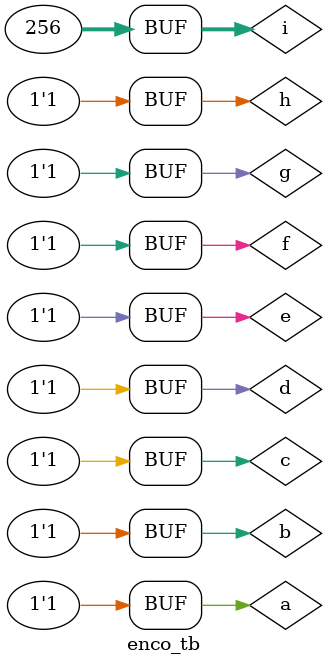
<source format=v>
`timescale 1ns / 1ps

module enco_8x3(
    input a,b,c,d,e,f,g,h,
    output [2:0] x
    );
    assign x[0]=b|d|f|h;
    assign x[1]=c|d|g|h;
    assign x[2]=e|f|g|h;
endmodule

module enco_tb;
    reg a,b,c,d,e,f,g,h;
    wire [2:0]x;
    
enco_8x3 uut(a,b,c,d,e,f,g,h,x);
    integer i;
    initial begin
   
        for(i=0;i<256;i=i+1)
            #10 {a,b,c,d,e,f,g,h}=i;
    end
    endmodule
</source>
